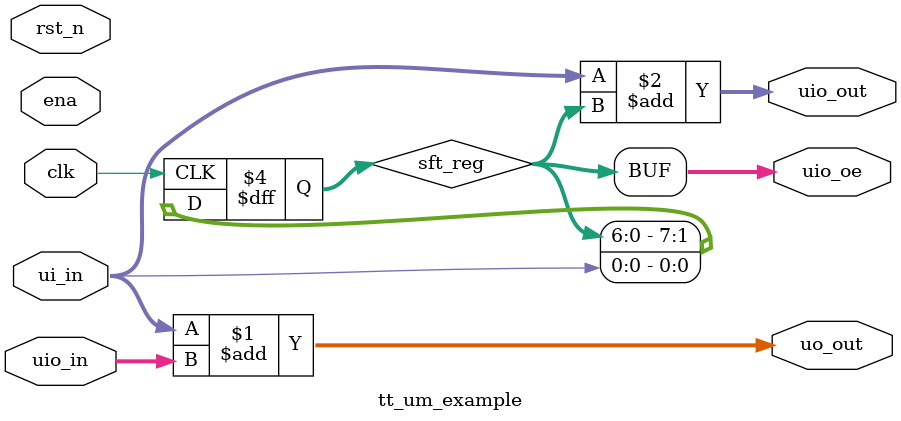
<source format=v>
/*
 * Copyright (c) 2024 Your Name
 * SPDX-License-Identifier: Apache-2.0
 */

`default_nettype none

module tt_um_example (
    input  wire [7:0] ui_in,    // Dedicated inputs
    output wire [7:0] uo_out,   // Dedicated outputs
    input  wire [7:0] uio_in,   // IOs: Input path
    output wire [7:0] uio_out,  // IOs: Output path
    output wire [7:0] uio_oe,   // IOs: Enable path (active high: 0=input, 1=output)
    input  wire       ena,      // always 1 when the design is powered, so you can ignore it
    input  wire       clk,      // clock
    input  wire       rst_n     // reset_n - low to reset
);
reg [7:0]sft_reg;
  // All output pins must be assigned. If not used, assign to 0.
  assign uo_out  = ui_in + uio_in;  // Example: ou_out is the sum of ui_in and uio_in
  assign uio_out = ui_in + sft_reg;
  assign uio_oe  = sft_reg;


  always @(posedge clk) begin
    sft_reg[7:0] <= {sft_reg[6:0],ui_in[0]};
  end


endmodule

</source>
